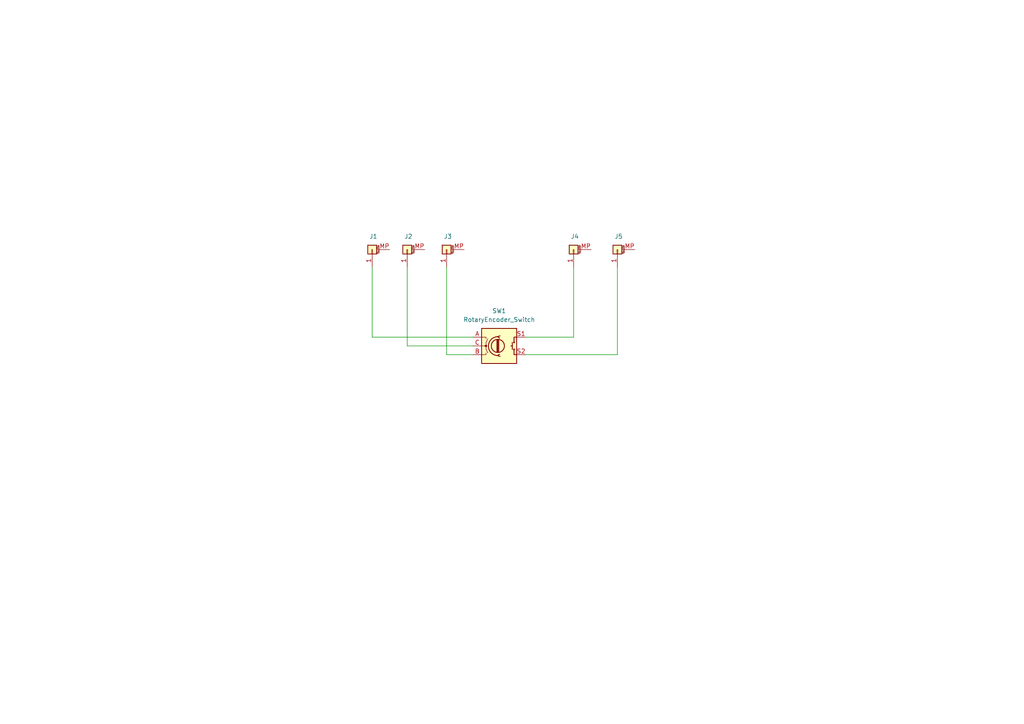
<source format=kicad_sch>
(kicad_sch (version 20231120) (generator "eeschema") (generator_version "8.0")
  (paper "A4")
  (lib_symbols
    (symbol "Connector_Generic_MountingPin:Conn_01x01_MountingPin" (pin_names (offset 1.016) hide)
      (property "Reference" "J" (at 0 2.54 0))
      (property "Value" "Conn_01x01_MountingPin" (at 1.27 -2.54 0))
      (symbol "Conn_01x01_MountingPin_1_1"
        (rectangle (start -1.27 0.127) (end 0 -0.127) (stroke (width 0.1524)))
        (rectangle (start -1.27 1.27) (end 1.27 -1.27) (stroke (width 0.254)) (fill (type background)))
        (polyline (pts (xy -1.016 -2.032) (xy 1.016 -2.032)) (stroke (width 0.1524)))
        (text "Mounting" (at 0 -1.651 0) (effects (font (size 0.381 0.381))))
        (pin passive line (at -5.08 0 0) (length 3.81) (name "Pin_1") (number "1"))
        (pin passive line (at 0 -5.08 90) (length 3.048) (name "MountPin") (number "MP"))
      )
    )
    (symbol "Device:RotaryEncoder_Switch" (pin_names (offset 0.254) hide)
      (property "Reference" "SW" (at 0 6.604 0))
      (property "Value" "RotaryEncoder_Switch" (at 0 -6.604 0))
      (symbol "RotaryEncoder_Switch_0_1"
        (rectangle (start -5.08 5.08) (end 5.08 -5.08) (stroke (width 0.254)) (fill (type background)))
        (circle (center -3.81 0) (radius 0.254) (fill (type outline)))
        (circle (center -0.381 0) (radius 1.905) (stroke (width 0.254)))
        (arc (start -0.381 2.667) (mid -3.0988 -0.0635) (end -0.381 -2.794) (stroke (width 0.254)))
        (polyline (pts (xy -0.635 -1.778) (xy -0.635 1.778)) (stroke (width 0.254)))
        (polyline (pts (xy -0.381 -1.778) (xy -0.381 1.778)) (stroke (width 0.254)))
        (polyline (pts (xy -0.127 1.778) (xy -0.127 -1.778)) (stroke (width 0.254)))
        (polyline (pts (xy 3.81 0) (xy 3.429 0)) (stroke (width 0.254)))
        (polyline (pts (xy 3.81 1.016) (xy 3.81 -1.016)) (stroke (width 0.254)))
        (polyline (pts (xy -5.08 -2.54) (xy -3.81 -2.54) (xy -3.81 -2.032)))
        (polyline (pts (xy -5.08 2.54) (xy -3.81 2.54) (xy -3.81 2.032)))
        (polyline (pts (xy 0.254 -3.048) (xy -0.508 -2.794) (xy 0.127 -2.413)) (stroke (width 0.254)))
        (polyline (pts (xy 0.254 2.921) (xy -0.508 2.667) (xy 0.127 2.286)) (stroke (width 0.254)))
        (polyline (pts (xy 5.08 -2.54) (xy 4.318 -2.54) (xy 4.318 -1.016)) (stroke (width 0.254)))
        (polyline (pts (xy 5.08 2.54) (xy 4.318 2.54) (xy 4.318 1.016)) (stroke (width 0.254)))
        (polyline (pts (xy -5.08 0) (xy -3.81 0) (xy -3.81 -1.016) (xy -3.302 -2.032)))
        (polyline (pts (xy -4.318 0) (xy -3.81 0) (xy -3.81 1.016) (xy -3.302 2.032)))
        (circle (center 4.318 -1.016) (radius 0.127) (stroke (width 0.254)))
        (circle (center 4.318 1.016) (radius 0.127) (stroke (width 0.254)))
      )
      (symbol "RotaryEncoder_Switch_1_1"
        (pin passive line (at -7.62 2.54 0) (length 2.54) (name "A") (number "A"))
        (pin passive line (at -7.62 -2.54 0) (length 2.54) (name "B") (number "B"))
        (pin passive line (at -7.62 0 0) (length 2.54) (name "C") (number "C"))
        (pin passive line (at 7.62 2.54 180) (length 2.54) (name "S1") (number "S1"))
        (pin passive line (at 7.62 -2.54 180) (length 2.54) (name "S2") (number "S2"))
      )
    )
  )
  (wire (pts (xy 137.16 100.33) (xy 118.11 100.33)))
  (wire (pts (xy 129.54 77.47) (xy 129.54 102.87)))
  (wire (pts (xy 152.4 97.79) (xy 166.37 97.79)))
  (wire (pts (xy 137.16 97.79) (xy 107.95 97.79)))
  (wire (pts (xy 137.16 102.87) (xy 129.54 102.87)))
  (wire (pts (xy 118.11 100.33) (xy 118.11 77.47)))
  (wire (pts (xy 166.37 77.47) (xy 166.37 97.79)))
  (wire (pts (xy 179.07 102.87) (xy 152.4 102.87)))
  (wire (pts (xy 107.95 97.79) (xy 107.95 77.47)))
  (wire (pts (xy 179.07 77.47) (xy 179.07 102.87)))
  (symbol (lib_id "Device:RotaryEncoder_Switch") (at 144.78 100.33 0) (unit 1)
    (property "Reference" "SW1" (at 144.78 90.17 0))
    (property "Value" "RotaryEncoder_Switch" (at 144.78 92.71 0))
    (property "Footprint" "roBa:EVQWGD001" (effects (hide yes)))
    (property "Description" "Rotary encoder, dual channel, incremental quadrate outputs, with switch" (effects (hide yes)))
  )
  (symbol (lib_id "Connector_Generic_MountingPin:Conn_01x01_MountingPin") (at 166.37 72.39 90) (unit 1)
    (property "Reference" "J4" (at 166.7256 68.58 90))
    (property "Value" "Conn_01x01_MountingPin" (effects (hide yes)))
    (property "Footprint" "roBa:PinSocket_1x01_P2.54mm_Vertical" (effects (hide yes)))
    (property "Description" "Generic connectable mounting pin connector, single row, 01x01, script generated (kicad-library-utils/schlib/autogen/connector/)" (effects (hide yes)))
  )
  (symbol (lib_id "Connector_Generic_MountingPin:Conn_01x01_MountingPin") (at 179.07 72.39 90) (unit 1)
    (property "Reference" "J5" (at 179.4256 68.58 90))
    (property "Value" "Conn_01x01_MountingPin" (effects (hide yes)))
    (property "Footprint" "roBa:PinSocket_1x01_P2.54mm_Vertical" (effects (hide yes)))
    (property "Description" "Generic connectable mounting pin connector, single row, 01x01, script generated (kicad-library-utils/schlib/autogen/connector/)" (effects (hide yes)))
  )
  (symbol (lib_id "Connector_Generic_MountingPin:Conn_01x01_MountingPin") (at 129.54 72.39 90) (unit 1)
    (property "Reference" "J3" (at 129.8956 68.58 90))
    (property "Value" "Conn_01x01_MountingPin" (effects (hide yes)))
    (property "Footprint" "roBa:PinSocket_1x01_P2.54mm_Vertical" (effects (hide yes)))
    (property "Description" "Generic connectable mounting pin connector, single row, 01x01, script generated (kicad-library-utils/schlib/autogen/connector/)" (effects (hide yes)))
  )
  (symbol (lib_id "Connector_Generic_MountingPin:Conn_01x01_MountingPin") (at 118.11 72.39 90) (unit 1)
    (property "Reference" "J2" (at 118.4656 68.58 90))
    (property "Value" "Conn_01x01_MountingPin" (effects (hide yes)))
    (property "Footprint" "roBa:PinSocket_1x01_P2.54mm_Vertical" (effects (hide yes)))
    (property "Description" "Generic connectable mounting pin connector, single row, 01x01, script generated (kicad-library-utils/schlib/autogen/connector/)" (effects (hide yes)))
  )
  (symbol (lib_id "Connector_Generic_MountingPin:Conn_01x01_MountingPin") (at 107.95 72.39 90) (unit 1)
    (property "Reference" "J1" (at 108.3056 68.58 90))
    (property "Value" "Conn_01x01_MountingPin" (effects (hide yes)))
    (property "Footprint" "roBa:PinSocket_1x01_P2.54mm_Vertical" (effects (hide yes)))
    (property "Description" "Generic connectable mounting pin connector, single row, 01x01, script generated (kicad-library-utils/schlib/autogen/connector/)" (effects (hide yes)))
  )
)
</source>
